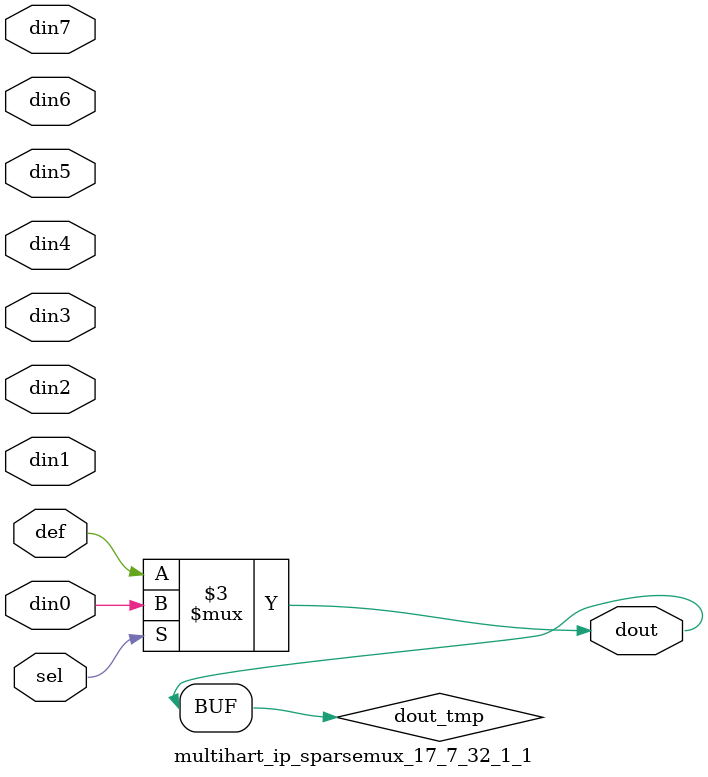
<source format=v>
`timescale 1ns / 1ps

module multihart_ip_sparsemux_17_7_32_1_1 (din0,din1,din2,din3,din4,din5,din6,din7,def,sel,dout);

parameter din0_WIDTH = 1;

parameter din1_WIDTH = 1;

parameter din2_WIDTH = 1;

parameter din3_WIDTH = 1;

parameter din4_WIDTH = 1;

parameter din5_WIDTH = 1;

parameter din6_WIDTH = 1;

parameter din7_WIDTH = 1;

parameter def_WIDTH = 1;
parameter sel_WIDTH = 1;
parameter dout_WIDTH = 1;

parameter [sel_WIDTH-1:0] CASE0 = 1;

parameter [sel_WIDTH-1:0] CASE1 = 1;

parameter [sel_WIDTH-1:0] CASE2 = 1;

parameter [sel_WIDTH-1:0] CASE3 = 1;

parameter [sel_WIDTH-1:0] CASE4 = 1;

parameter [sel_WIDTH-1:0] CASE5 = 1;

parameter [sel_WIDTH-1:0] CASE6 = 1;

parameter [sel_WIDTH-1:0] CASE7 = 1;

parameter ID = 1;
parameter NUM_STAGE = 1;



input [din0_WIDTH-1:0] din0;

input [din1_WIDTH-1:0] din1;

input [din2_WIDTH-1:0] din2;

input [din3_WIDTH-1:0] din3;

input [din4_WIDTH-1:0] din4;

input [din5_WIDTH-1:0] din5;

input [din6_WIDTH-1:0] din6;

input [din7_WIDTH-1:0] din7;

input [def_WIDTH-1:0] def;
input [sel_WIDTH-1:0] sel;

output [dout_WIDTH-1:0] dout;



reg [dout_WIDTH-1:0] dout_tmp;


always @ (*) begin
(* parallel_case *) case (sel)
    
    CASE0 : dout_tmp = din0;
    
    CASE1 : dout_tmp = din1;
    
    CASE2 : dout_tmp = din2;
    
    CASE3 : dout_tmp = din3;
    
    CASE4 : dout_tmp = din4;
    
    CASE5 : dout_tmp = din5;
    
    CASE6 : dout_tmp = din6;
    
    CASE7 : dout_tmp = din7;
    
    default : dout_tmp = def;
endcase
end


assign dout = dout_tmp;



endmodule

</source>
